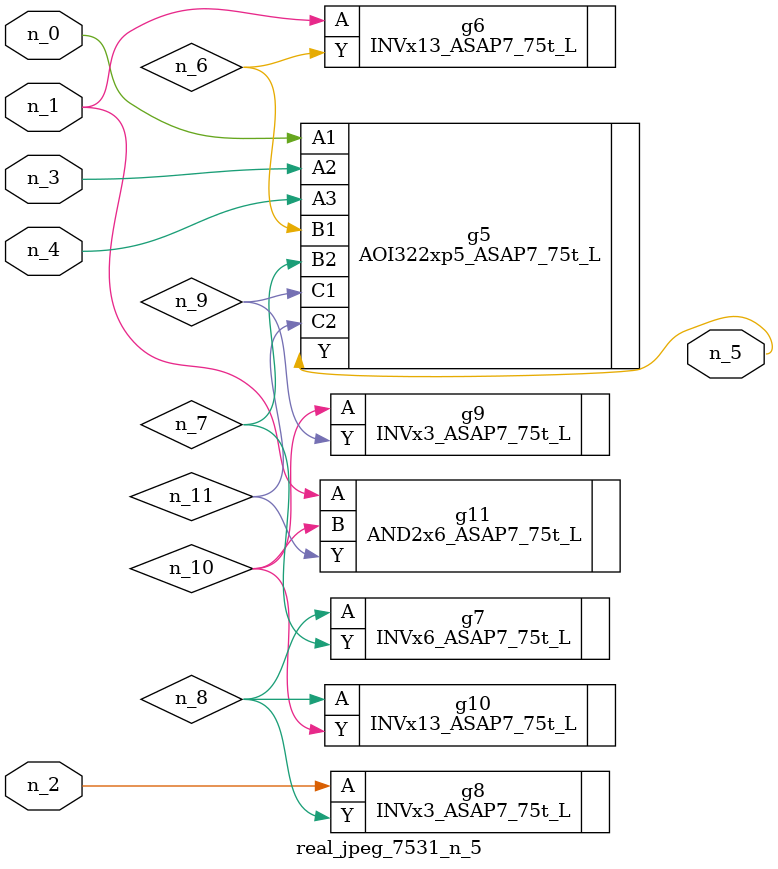
<source format=v>
module real_jpeg_7531_n_5 (n_4, n_0, n_1, n_2, n_3, n_5);

input n_4;
input n_0;
input n_1;
input n_2;
input n_3;

output n_5;

wire n_8;
wire n_11;
wire n_6;
wire n_7;
wire n_10;
wire n_9;

AOI322xp5_ASAP7_75t_L g5 ( 
.A1(n_0),
.A2(n_3),
.A3(n_4),
.B1(n_6),
.B2(n_7),
.C1(n_9),
.C2(n_11),
.Y(n_5)
);

INVx13_ASAP7_75t_L g6 ( 
.A(n_1),
.Y(n_6)
);

AND2x6_ASAP7_75t_L g11 ( 
.A(n_1),
.B(n_10),
.Y(n_11)
);

INVx3_ASAP7_75t_L g8 ( 
.A(n_2),
.Y(n_8)
);

INVx6_ASAP7_75t_L g7 ( 
.A(n_8),
.Y(n_7)
);

INVx13_ASAP7_75t_L g10 ( 
.A(n_8),
.Y(n_10)
);

INVx3_ASAP7_75t_L g9 ( 
.A(n_10),
.Y(n_9)
);


endmodule
</source>
